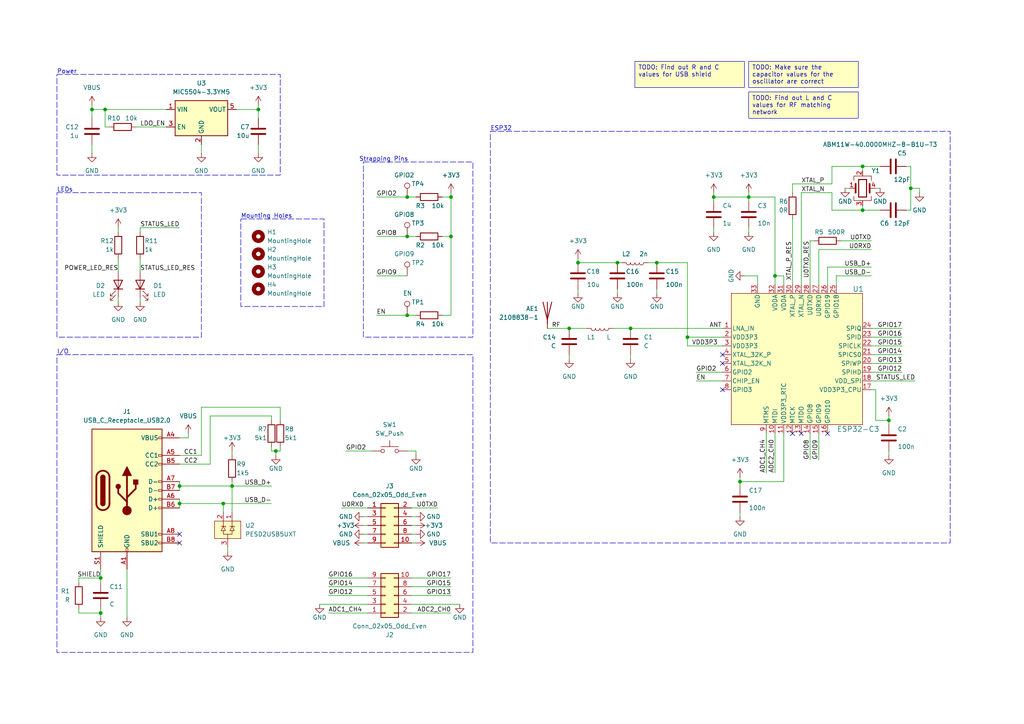
<source format=kicad_sch>
(kicad_sch (version 20230121) (generator eeschema)
  (paper "A4")
  (lib_symbols
    (symbol "Connector:TestPoint" (pin_numbers hide) (pin_names (offset 0.762) hide)
      (property "Reference" "TP" (at 0 6.858 0))
      (property "Value" "TestPoint" (at 0 5.08 0))
      (symbol "TestPoint_0_1"
        (circle (center 0 3.302) (radius 0.762))
      )
      (symbol "TestPoint_1_1"
        (pin passive line (at 0 0 90) (length 2.54) (name "1") (number "1"))
      )
    )
    (symbol "Connector:USB_C_Receptacle_USB2.0" (pin_names (offset 1.016))
      (property "Reference" "J" (at -10.16 19.05 0))
      (property "Value" "USB_C_Receptacle_USB2.0" (at 19.05 19.05 0))
      (symbol "USB_C_Receptacle_USB2.0_0_0"
        (rectangle (start -0.254 -17.78) (end 0.254 -16.764))
        (rectangle (start 10.16 -14.986) (end 9.144 -15.494))
        (rectangle (start 10.16 -12.446) (end 9.144 -12.954))
        (rectangle (start 10.16 -4.826) (end 9.144 -5.334))
        (rectangle (start 10.16 -2.286) (end 9.144 -2.794))
        (rectangle (start 10.16 0.254) (end 9.144 -0.254))
        (rectangle (start 10.16 2.794) (end 9.144 2.286))
        (rectangle (start 10.16 7.874) (end 9.144 7.366))
        (rectangle (start 10.16 10.414) (end 9.144 9.906))
        (rectangle (start 10.16 15.494) (end 9.144 14.986))
      )
      (symbol "USB_C_Receptacle_USB2.0_0_1"
        (rectangle (start -10.16 17.78) (end 10.16 -17.78) (stroke (width 0.254)) (fill (type background)))
        (arc (start -8.89 -3.81) (mid -6.985 -5.7067) (end -5.08 -3.81) (stroke (width 0.508)))
        (arc (start -7.62 -3.81) (mid -6.985 -4.4423) (end -6.35 -3.81) (stroke (width 0.254)))
        (arc (start -7.62 -3.81) (mid -6.985 -4.4423) (end -6.35 -3.81) (stroke (width 0.254)) (fill (type outline)))
        (rectangle (start -7.62 -3.81) (end -6.35 3.81) (stroke (width 0.254)) (fill (type outline)))
        (arc (start -6.35 3.81) (mid -6.985 4.4423) (end -7.62 3.81) (stroke (width 0.254)))
        (arc (start -6.35 3.81) (mid -6.985 4.4423) (end -7.62 3.81) (stroke (width 0.254)) (fill (type outline)))
        (arc (start -5.08 3.81) (mid -6.985 5.7067) (end -8.89 3.81) (stroke (width 0.508)))
        (circle (center -2.54 1.143) (radius 0.635) (stroke (width 0.254)) (fill (type outline)))
        (circle (center 0 -5.842) (radius 1.27) (fill (type outline)))
        (polyline (pts (xy -8.89 -3.81) (xy -8.89 3.81)) (stroke (width 0.508)))
        (polyline (pts (xy -5.08 3.81) (xy -5.08 -3.81)) (stroke (width 0.508)))
        (polyline (pts (xy 0 -5.842) (xy 0 4.318)) (stroke (width 0.508)))
        (polyline (pts (xy 0 -3.302) (xy -2.54 -0.762) (xy -2.54 0.508)) (stroke (width 0.508)))
        (polyline (pts (xy 0 -2.032) (xy 2.54 0.508) (xy 2.54 1.778)) (stroke (width 0.508)))
        (polyline (pts (xy -1.27 4.318) (xy 0 6.858) (xy 1.27 4.318) (xy -1.27 4.318)) (stroke (width 0.254)) (fill (type outline)))
        (rectangle (start 1.905 1.778) (end 3.175 3.048) (stroke (width 0.254)) (fill (type outline)))
      )
      (symbol "USB_C_Receptacle_USB2.0_1_1"
        (pin passive line (at 0 -22.86 90) (length 5.08) (name "GND") (number "A1"))
        (pin passive line (at 0 -22.86 90) (length 5.08) hide (name "GND") (number "A12"))
        (pin passive line (at 15.24 15.24 180) (length 5.08) (name "VBUS") (number "A4"))
        (pin bidirectional line (at 15.24 10.16 180) (length 5.08) (name "CC1") (number "A5"))
        (pin bidirectional line (at 15.24 -2.54 180) (length 5.08) (name "D+") (number "A6"))
        (pin bidirectional line (at 15.24 2.54 180) (length 5.08) (name "D-") (number "A7"))
        (pin bidirectional line (at 15.24 -12.7 180) (length 5.08) (name "SBU1") (number "A8"))
        (pin passive line (at 15.24 15.24 180) (length 5.08) hide (name "VBUS") (number "A9"))
        (pin passive line (at 0 -22.86 90) (length 5.08) hide (name "GND") (number "B1"))
        (pin passive line (at 0 -22.86 90) (length 5.08) hide (name "GND") (number "B12"))
        (pin passive line (at 15.24 15.24 180) (length 5.08) hide (name "VBUS") (number "B4"))
        (pin bidirectional line (at 15.24 7.62 180) (length 5.08) (name "CC2") (number "B5"))
        (pin bidirectional line (at 15.24 -5.08 180) (length 5.08) (name "D+") (number "B6"))
        (pin bidirectional line (at 15.24 0 180) (length 5.08) (name "D-") (number "B7"))
        (pin bidirectional line (at 15.24 -15.24 180) (length 5.08) (name "SBU2") (number "B8"))
        (pin passive line (at 15.24 15.24 180) (length 5.08) hide (name "VBUS") (number "B9"))
        (pin passive line (at -7.62 -22.86 90) (length 5.08) (name "SHIELD") (number "S1"))
      )
    )
    (symbol "Connector_Generic:Conn_02x05_Odd_Even" (pin_names (offset 1.016) hide)
      (property "Reference" "J" (at 1.27 7.62 0))
      (property "Value" "Conn_02x05_Odd_Even" (at 1.27 -7.62 0))
      (symbol "Conn_02x05_Odd_Even_1_1"
        (rectangle (start -1.27 -4.953) (end 0 -5.207) (stroke (width 0.1524)))
        (rectangle (start -1.27 -2.413) (end 0 -2.667) (stroke (width 0.1524)))
        (rectangle (start -1.27 0.127) (end 0 -0.127) (stroke (width 0.1524)))
        (rectangle (start -1.27 2.667) (end 0 2.413) (stroke (width 0.1524)))
        (rectangle (start -1.27 5.207) (end 0 4.953) (stroke (width 0.1524)))
        (rectangle (start -1.27 6.35) (end 3.81 -6.35) (stroke (width 0.254)) (fill (type background)))
        (rectangle (start 3.81 -4.953) (end 2.54 -5.207) (stroke (width 0.1524)))
        (rectangle (start 3.81 -2.413) (end 2.54 -2.667) (stroke (width 0.1524)))
        (rectangle (start 3.81 0.127) (end 2.54 -0.127) (stroke (width 0.1524)))
        (rectangle (start 3.81 2.667) (end 2.54 2.413) (stroke (width 0.1524)))
        (rectangle (start 3.81 5.207) (end 2.54 4.953) (stroke (width 0.1524)))
        (pin passive line (at -5.08 5.08 0) (length 3.81) (name "Pin_1") (number "1"))
        (pin passive line (at 7.62 -5.08 180) (length 3.81) (name "Pin_10") (number "10"))
        (pin passive line (at 7.62 5.08 180) (length 3.81) (name "Pin_2") (number "2"))
        (pin passive line (at -5.08 2.54 0) (length 3.81) (name "Pin_3") (number "3"))
        (pin passive line (at 7.62 2.54 180) (length 3.81) (name "Pin_4") (number "4"))
        (pin passive line (at -5.08 0 0) (length 3.81) (name "Pin_5") (number "5"))
        (pin passive line (at 7.62 0 180) (length 3.81) (name "Pin_6") (number "6"))
        (pin passive line (at -5.08 -2.54 0) (length 3.81) (name "Pin_7") (number "7"))
        (pin passive line (at 7.62 -2.54 180) (length 3.81) (name "Pin_8") (number "8"))
        (pin passive line (at -5.08 -5.08 0) (length 3.81) (name "Pin_9") (number "9"))
      )
    )
    (symbol "Device:Antenna" (pin_numbers hide) (pin_names (offset 1.016) hide)
      (property "Reference" "AE" (at -1.905 1.905 0))
      (property "Value" "Antenna" (at -1.905 0 0))
      (symbol "Antenna_0_1"
        (polyline (pts (xy 0 2.54) (xy 0 -3.81)) (stroke (width 0.254)))
        (polyline (pts (xy 1.27 2.54) (xy 0 -2.54) (xy -1.27 2.54)) (stroke (width 0.254)))
      )
      (symbol "Antenna_1_1"
        (pin input line (at 0 -5.08 90) (length 2.54) (name "A") (number "1"))
      )
    )
    (symbol "Device:C" (pin_numbers hide) (pin_names (offset 0.254))
      (property "Reference" "C" (at 0.635 2.54 0))
      (property "Value" "C" (at 0.635 -2.54 0))
      (symbol "C_0_1"
        (polyline (pts (xy -2.032 -0.762) (xy 2.032 -0.762)) (stroke (width 0.508)))
        (polyline (pts (xy -2.032 0.762) (xy 2.032 0.762)) (stroke (width 0.508)))
      )
      (symbol "C_1_1"
        (pin passive line (at 0 3.81 270) (length 2.794) (name "~") (number "1"))
        (pin passive line (at 0 -3.81 90) (length 2.794) (name "~") (number "2"))
      )
    )
    (symbol "Device:Crystal_GND23" (pin_names (offset 1.016) hide)
      (property "Reference" "Y" (at 3.175 5.08 0))
      (property "Value" "Crystal_GND23" (at 3.175 3.175 0))
      (symbol "Crystal_GND23_0_1"
        (rectangle (start -1.143 2.54) (end 1.143 -2.54) (stroke (width 0.3048)))
        (polyline (pts (xy -2.54 0) (xy -2.032 0)))
        (polyline (pts (xy -2.032 -1.27) (xy -2.032 1.27)) (stroke (width 0.508)))
        (polyline (pts (xy 0 -3.81) (xy 0 -3.556)))
        (polyline (pts (xy 0 3.556) (xy 0 3.81)))
        (polyline (pts (xy 2.032 -1.27) (xy 2.032 1.27)) (stroke (width 0.508)))
        (polyline (pts (xy 2.032 0) (xy 2.54 0)))
        (polyline (pts (xy -2.54 -2.286) (xy -2.54 -3.556) (xy 2.54 -3.556) (xy 2.54 -2.286)))
        (polyline (pts (xy -2.54 2.286) (xy -2.54 3.556) (xy 2.54 3.556) (xy 2.54 2.286)))
      )
      (symbol "Crystal_GND23_1_1"
        (pin passive line (at -3.81 0 0) (length 1.27) (name "1") (number "1"))
        (pin passive line (at 0 5.08 270) (length 1.27) (name "2") (number "2"))
        (pin passive line (at 0 -5.08 90) (length 1.27) (name "3") (number "3"))
        (pin passive line (at 3.81 0 180) (length 1.27) (name "4") (number "4"))
      )
    )
    (symbol "Device:L" (pin_numbers hide) (pin_names (offset 1.016) hide)
      (property "Reference" "L" (at -1.27 0 90))
      (property "Value" "L" (at 1.905 0 90))
      (symbol "L_0_1"
        (arc (start 0 -2.54) (mid 0.6323 -1.905) (end 0 -1.27))
        (arc (start 0 -1.27) (mid 0.6323 -0.635) (end 0 0))
        (arc (start 0 0) (mid 0.6323 0.635) (end 0 1.27))
        (arc (start 0 1.27) (mid 0.6323 1.905) (end 0 2.54))
      )
      (symbol "L_1_1"
        (pin passive line (at 0 3.81 270) (length 1.27) (name "1") (number "1"))
        (pin passive line (at 0 -3.81 90) (length 1.27) (name "2") (number "2"))
      )
    )
    (symbol "Device:LED" (pin_numbers hide) (pin_names (offset 1.016) hide)
      (property "Reference" "D" (at 0 2.54 0))
      (property "Value" "LED" (at 0 -2.54 0))
      (symbol "LED_0_1"
        (polyline (pts (xy -1.27 -1.27) (xy -1.27 1.27)) (stroke (width 0.254)))
        (polyline (pts (xy -1.27 0) (xy 1.27 0)))
        (polyline (pts (xy 1.27 -1.27) (xy 1.27 1.27) (xy -1.27 0) (xy 1.27 -1.27)) (stroke (width 0.254)))
        (polyline (pts (xy -3.048 -0.762) (xy -4.572 -2.286) (xy -3.81 -2.286) (xy -4.572 -2.286) (xy -4.572 -1.524)))
        (polyline (pts (xy -1.778 -0.762) (xy -3.302 -2.286) (xy -2.54 -2.286) (xy -3.302 -2.286) (xy -3.302 -1.524)))
      )
      (symbol "LED_1_1"
        (pin passive line (at -3.81 0 0) (length 2.54) (name "K") (number "1"))
        (pin passive line (at 3.81 0 180) (length 2.54) (name "A") (number "2"))
      )
    )
    (symbol "Device:R" (pin_numbers hide) (pin_names (offset 0))
      (property "Reference" "R" (at 2.032 0 90))
      (property "Value" "R" (at 0 0 90))
      (symbol "R_0_1"
        (rectangle (start -1.016 -2.54) (end 1.016 2.54) (stroke (width 0.254)))
      )
      (symbol "R_1_1"
        (pin passive line (at 0 3.81 270) (length 1.27) (name "~") (number "1"))
        (pin passive line (at 0 -3.81 90) (length 1.27) (name "~") (number "2"))
      )
    )
    (symbol "Mechanical:MountingHole" (pin_names (offset 1.016))
      (property "Reference" "H" (at 0 5.08 0))
      (property "Value" "MountingHole" (at 0 3.175 0))
      (symbol "MountingHole_0_1"
        (circle (center 0 0) (radius 1.27) (stroke (width 1.27)))
      )
    )
    (symbol "Regulator_Linear:MIC5504-3.3YM5"
      (property "Reference" "U" (at -7.62 8.89 0))
      (property "Value" "MIC5504-3.3YM5" (at -7.62 6.35 0))
      (symbol "MIC5504-3.3YM5_0_1"
        (rectangle (start -7.62 -5.08) (end 7.62 5.08) (stroke (width 0.254)) (fill (type background)))
      )
      (symbol "MIC5504-3.3YM5_1_1"
        (pin power_in line (at -10.16 2.54 0) (length 2.54) (name "VIN") (number "1"))
        (pin power_in line (at 0 -7.62 90) (length 2.54) (name "GND") (number "2"))
        (pin input line (at -10.16 -2.54 0) (length 2.54) (name "EN") (number "3"))
        (pin no_connect line (at 7.62 -2.54 180) (length 2.54) hide (name "NC") (number "4"))
        (pin power_out line (at 10.16 2.54 180) (length 2.54) (name "VOUT") (number "5"))
      )
    )
    (symbol "Switch:SW_Push" (pin_numbers hide) (pin_names (offset 1.016) hide)
      (property "Reference" "SW" (at 1.27 2.54 0))
      (property "Value" "SW_Push" (at 0 -1.524 0))
      (symbol "SW_Push_0_1"
        (circle (center -2.032 0) (radius 0.508))
        (polyline (pts (xy 0 1.27) (xy 0 3.048)))
        (polyline (pts (xy 2.54 1.27) (xy -2.54 1.27)))
        (circle (center 2.032 0) (radius 0.508))
        (pin passive line (at -5.08 0 0) (length 2.54) (name "1") (number "1"))
        (pin passive line (at 5.08 0 180) (length 2.54) (name "2") (number "2"))
      )
    )
    (symbol "encyclopedia_galactica:ESP32-C3" (pin_names (offset 0.254))
      (property "Reference" "U" (at 0 43.18 0))
      (property "Value" "ESP32-C3" (at 0 40.64 0))
      (symbol "ESP32-C3_0_1"
        (pin bidirectional line (at -21.59 8.89 0) (length 2.54) (name "LNA_IN") (number "1"))
        (pin bidirectional line (at -6.35 -21.59 90) (length 2.54) (name "MTDI") (number "10"))
        (pin power_in line (at -3.81 -21.59 90) (length 2.54) (name "VDD3P3_RTC") (number "11"))
        (pin bidirectional line (at -1.27 -21.59 90) (length 2.54) (name "MTCK") (number "12"))
        (pin bidirectional line (at 1.27 -21.59 90) (length 2.54) (name "MTDO") (number "13"))
        (pin bidirectional line (at 3.81 -21.59 90) (length 2.54) (name "GPIO8") (number "14"))
        (pin bidirectional line (at 6.35 -21.59 90) (length 2.54) (name "GPIO9") (number "15"))
        (pin bidirectional line (at 8.89 -21.59 90) (length 2.54) (name "GPIO10") (number "16"))
        (pin power_in line (at 21.59 -8.89 180) (length 2.54) (name "VDD3P3_CPU") (number "17"))
        (pin power_in line (at 21.59 -6.35 180) (length 2.54) (name "VDD_SPI") (number "18"))
        (pin bidirectional line (at 21.59 -3.81 180) (length 2.54) (name "SPIHD") (number "19"))
        (pin power_in line (at -21.59 6.35 0) (length 2.54) (name "VDD3P3") (number "2"))
        (pin bidirectional line (at 21.59 -1.27 180) (length 2.54) (name "SPIWP") (number "20"))
        (pin bidirectional line (at 21.59 1.27 180) (length 2.54) (name "SPICS0") (number "21"))
        (pin bidirectional line (at 21.59 3.81 180) (length 2.54) (name "SPICLK") (number "22"))
        (pin bidirectional line (at 21.59 6.35 180) (length 2.54) (name "SPID") (number "23"))
        (pin bidirectional line (at 21.59 8.89 180) (length 2.54) (name "SPIQ") (number "24"))
        (pin bidirectional line (at 11.43 21.59 270) (length 2.54) (name "GPIO18") (number "25"))
        (pin bidirectional line (at 8.89 21.59 270) (length 2.54) (name "GPIO19") (number "26"))
        (pin bidirectional line (at 6.35 21.59 270) (length 2.54) (name "U0RXD") (number "27"))
        (pin bidirectional line (at 3.81 21.59 270) (length 2.54) (name "U0TXD") (number "28"))
        (pin output line (at 1.27 21.59 270) (length 2.54) (name "XTAL_N") (number "29"))
        (pin power_in line (at -21.59 3.81 0) (length 2.54) (name "VDD3P3") (number "3"))
        (pin input line (at -1.27 21.59 270) (length 2.54) (name "XTAL_P") (number "30"))
        (pin power_in line (at -3.81 21.59 270) (length 2.54) (name "VDDA") (number "31"))
        (pin power_in line (at -6.35 21.59 270) (length 2.54) (name "VDDA") (number "32"))
        (pin power_out line (at -11.43 21.59 270) (length 2.54) (name "GND") (number "33"))
        (pin bidirectional line (at -21.59 1.27 0) (length 2.54) (name "XTAL_32K_P") (number "4"))
        (pin bidirectional line (at -21.59 -1.27 0) (length 2.54) (name "XTAL_32K_N") (number "5"))
        (pin bidirectional line (at -21.59 -3.81 0) (length 2.54) (name "GPIO2") (number "6"))
        (pin input line (at -21.59 -6.35 0) (length 2.54) (name "CHIP_EN") (number "7"))
        (pin bidirectional line (at -21.59 -8.89 0) (length 2.54) (name "GPIO3") (number "8"))
        (pin bidirectional line (at -8.89 -21.59 90) (length 2.54) (name "MTMS") (number "9"))
      )
      (symbol "ESP32-C3_1_1"
        (rectangle (start -19.05 19.05) (end 19.05 -19.05) (fill (type background)))
      )
    )
    (symbol "encyclopedia_galactica:PESD2USB5UXT"
      (property "Reference" "U" (at 0 24.13 0))
      (property "Value" "PESD2USB5UXT" (at 0 21.59 0))
      (symbol "PESD2USB5UXT_1_1"
        (rectangle (start -3.81 2.54) (end 3.81 -2.54) (fill (type background)))
        (polyline (pts (xy -1.905 1.016) (xy -0.635 1.016)))
        (polyline (pts (xy -1.27 1.016) (xy -1.27 2.54)))
        (polyline (pts (xy -0.635 1.016) (xy -0.635 0.762)))
        (polyline (pts (xy 0 -1.27) (xy 0 -2.54)))
        (polyline (pts (xy 0.635 1.016) (xy 1.905 1.016)))
        (polyline (pts (xy 1.27 1.016) (xy 1.27 2.54)))
        (polyline (pts (xy 1.905 1.016) (xy 1.905 0.762)))
        (polyline (pts (xy -1.905 -0.254) (xy -1.27 1.016) (xy -0.635 -0.254) (xy -1.905 -0.254)))
        (polyline (pts (xy -1.27 -0.254) (xy -1.27 -1.27) (xy 1.27 -1.27) (xy 1.27 -0.254)))
        (polyline (pts (xy 0.635 -0.254) (xy 1.27 1.016) (xy 1.905 -0.254) (xy 0.635 -0.254)))
        (pin open_collector line (at 1.27 5.08 270) (length 2.54) (name "") (number "1"))
        (pin open_collector line (at -1.27 5.08 270) (length 2.54) (name "") (number "2"))
        (pin power_out line (at 0 -5.08 90) (length 2.54) (name "") (number "3"))
      )
    )
    (symbol "power:+3V3" (power) (pin_names (offset 0))
      (property "Value" "+3V3" (at 0 3.556 0))
      (symbol "+3V3_0_1"
        (polyline (pts (xy -0.762 1.27) (xy 0 2.54)))
        (polyline (pts (xy 0 0) (xy 0 2.54)))
        (polyline (pts (xy 0 2.54) (xy 0.762 1.27)))
      )
      (symbol "+3V3_1_1"
        (pin power_in line (at 0 0 90) (length 0) hide (name "+3V3") (number "1"))
      )
    )
    (symbol "power:GND" (power) (pin_names (offset 0))
      (property "Value" "GND" (at 0 -3.81 0))
      (symbol "GND_0_1"
        (polyline (pts (xy 0 0) (xy 0 -1.27) (xy 1.27 -1.27) (xy 0 -2.54) (xy -1.27 -1.27) (xy 0 -1.27)))
      )
      (symbol "GND_1_1"
        (pin power_in line (at 0 0 270) (length 0) hide (name "GND") (number "1"))
      )
    )
    (symbol "power:VBUS" (power) (pin_names (offset 0))
      (property "Value" "VBUS" (at 0 3.81 0))
      (symbol "VBUS_0_1"
        (polyline (pts (xy -0.762 1.27) (xy 0 2.54)))
        (polyline (pts (xy 0 0) (xy 0 2.54)))
        (polyline (pts (xy 0 2.54) (xy 0.762 1.27)))
      )
      (symbol "VBUS_1_1"
        (pin power_in line (at 0 0 90) (length 0) hide (name "VBUS") (number "1"))
      )
    )
  )
  (junction (at 26.67 31.75))
  (junction (at 64.77 146.05))
  (junction (at 182.88 95.25))
  (junction (at 224.79 80.01))
  (junction (at 167.64 76.2))
  (junction (at 118.11 68.58))
  (junction (at 130.81 57.15))
  (junction (at 74.93 31.75))
  (junction (at 207.01 57.15))
  (junction (at 179.07 76.2))
  (junction (at 29.21 167.64))
  (junction (at 214.63 139.7))
  (junction (at 217.17 57.15))
  (junction (at 30.48 31.75))
  (junction (at 80.01 130.81))
  (junction (at 118.11 57.15))
  (junction (at 67.31 140.97))
  (junction (at 52.07 146.05))
  (junction (at 118.11 91.44))
  (junction (at 190.5 76.2))
  (junction (at 257.81 121.92))
  (junction (at 264.16 54.61))
  (junction (at 130.81 68.58))
  (junction (at 250.19 48.26))
  (junction (at 29.21 177.8))
  (junction (at 199.39 97.79))
  (junction (at 52.07 140.97))
  (junction (at 165.1 95.25))
  (junction (at 250.19 60.96))
  (no_connect (at 240.03 125.73))
  (no_connect (at 209.55 113.03))
  (no_connect (at 209.55 102.87))
  (no_connect (at 52.07 154.94))
  (no_connect (at 229.87 125.73))
  (no_connect (at 52.07 157.48))
  (no_connect (at 232.41 125.73))
  (no_connect (at 209.55 105.41))
  (wire (pts (xy 52.07 144.78) (xy 52.07 146.05)))
  (wire (pts (xy 30.48 31.75) (xy 48.26 31.75)))
  (wire (pts (xy 252.73 95.25) (xy 261.62 95.25)))
  (wire (pts (xy 66.04 158.75) (xy 66.04 160.02)))
  (wire (pts (xy 40.64 86.36) (xy 40.64 87.63)))
  (wire (pts (xy 234.95 69.85) (xy 234.95 82.55)))
  (wire (pts (xy 118.11 57.15) (xy 109.22 57.15)))
  (wire (pts (xy 201.93 107.95) (xy 209.55 107.95)))
  (wire (pts (xy 52.07 146.05) (xy 64.77 146.05)))
  (wire (pts (xy 64.77 146.05) (xy 64.77 148.59)))
  (wire (pts (xy 266.7 54.61) (xy 264.16 54.61)))
  (wire (pts (xy 22.86 168.91) (xy 22.86 167.64)))
  (wire (pts (xy 127 147.32) (xy 119.38 147.32)))
  (wire (pts (xy 217.17 66.04) (xy 217.17 67.31)))
  (wire (pts (xy 252.73 100.33) (xy 261.62 100.33)))
  (wire (pts (xy 167.64 76.2) (xy 179.07 76.2)))
  (wire (pts (xy 118.11 130.81) (xy 120.65 130.81)))
  (wire (pts (xy 29.21 165.1) (xy 29.21 167.64)))
  (wire (pts (xy 229.87 53.34) (xy 241.3 53.34)))
  (wire (pts (xy 252.73 97.79) (xy 261.62 97.79)))
  (wire (pts (xy 120.65 57.15) (xy 118.11 57.15)))
  (wire (pts (xy 52.07 139.7) (xy 52.07 140.97)))
  (wire (pts (xy 252.73 72.39) (xy 237.49 72.39)))
  (wire (pts (xy 224.79 57.15) (xy 224.79 80.01)))
  (wire (pts (xy 250.19 48.26) (xy 250.19 49.53)))
  (wire (pts (xy 254 121.92) (xy 254 113.03)))
  (wire (pts (xy 241.3 60.96) (xy 241.3 55.88)))
  (wire (pts (xy 240.03 77.47) (xy 240.03 82.55)))
  (wire (pts (xy 119.38 170.18) (xy 130.81 170.18)))
  (wire (pts (xy 52.07 66.04) (xy 40.64 66.04)))
  (wire (pts (xy 36.83 165.1) (xy 36.83 179.07)))
  (wire (pts (xy 26.67 31.75) (xy 30.48 31.75)))
  (wire (pts (xy 54.61 127) (xy 54.61 125.73)))
  (wire (pts (xy 52.07 146.05) (xy 52.07 147.32)))
  (wire (pts (xy 52.07 132.08) (xy 58.42 132.08)))
  (wire (pts (xy 246.38 54.61) (xy 245.11 54.61)))
  (wire (pts (xy 179.07 83.82) (xy 179.07 85.09)))
  (wire (pts (xy 232.41 55.88) (xy 232.41 82.55)))
  (wire (pts (xy 99.06 147.32) (xy 106.68 147.32)))
  (wire (pts (xy 81.28 129.54) (xy 81.28 130.81)))
  (wire (pts (xy 105.41 152.4) (xy 106.68 152.4)))
  (wire (pts (xy 67.31 139.7) (xy 67.31 140.97)))
  (wire (pts (xy 182.88 95.25) (xy 209.55 95.25)))
  (wire (pts (xy 78.74 120.65) (xy 78.74 121.92)))
  (wire (pts (xy 214.63 139.7) (xy 214.63 138.43)))
  (wire (pts (xy 119.38 172.72) (xy 130.81 172.72)))
  (wire (pts (xy 29.21 177.8) (xy 29.21 176.53)))
  (wire (pts (xy 257.81 120.65) (xy 257.81 121.92)))
  (wire (pts (xy 119.38 177.8) (xy 130.81 177.8)))
  (wire (pts (xy 167.64 83.82) (xy 167.64 85.09)))
  (wire (pts (xy 242.57 80.01) (xy 252.73 80.01)))
  (wire (pts (xy 34.29 66.04) (xy 34.29 67.31)))
  (wire (pts (xy 39.37 36.83) (xy 48.26 36.83)))
  (wire (pts (xy 67.31 140.97) (xy 78.74 140.97)))
  (wire (pts (xy 118.11 68.58) (xy 109.22 68.58)))
  (wire (pts (xy 224.79 125.73) (xy 224.79 137.16)))
  (wire (pts (xy 52.07 140.97) (xy 67.31 140.97)))
  (wire (pts (xy 254 121.92) (xy 257.81 121.92)))
  (wire (pts (xy 207.01 55.88) (xy 207.01 57.15)))
  (wire (pts (xy 118.11 80.01) (xy 109.22 80.01)))
  (wire (pts (xy 224.79 80.01) (xy 227.33 80.01)))
  (wire (pts (xy 241.3 48.26) (xy 241.3 53.34)))
  (wire (pts (xy 232.41 55.88) (xy 241.3 55.88)))
  (wire (pts (xy 190.5 83.82) (xy 190.5 85.09)))
  (wire (pts (xy 105.41 157.48) (xy 106.68 157.48)))
  (wire (pts (xy 165.1 95.25) (xy 170.18 95.25)))
  (wire (pts (xy 255.27 60.96) (xy 250.19 60.96)))
  (wire (pts (xy 120.65 130.81) (xy 120.65 132.08)))
  (wire (pts (xy 130.81 91.44) (xy 128.27 91.44)))
  (wire (pts (xy 262.89 60.96) (xy 264.16 60.96)))
  (wire (pts (xy 201.93 110.49) (xy 209.55 110.49)))
  (wire (pts (xy 95.25 167.64) (xy 106.68 167.64)))
  (wire (pts (xy 119.38 157.48) (xy 120.65 157.48)))
  (wire (pts (xy 92.71 175.26) (xy 106.68 175.26)))
  (wire (pts (xy 31.75 36.83) (xy 30.48 36.83)))
  (wire (pts (xy 229.87 63.5) (xy 229.87 82.55)))
  (wire (pts (xy 257.81 130.81) (xy 257.81 132.08)))
  (wire (pts (xy 100.33 130.81) (xy 107.95 130.81)))
  (wire (pts (xy 199.39 76.2) (xy 190.5 76.2)))
  (wire (pts (xy 118.11 91.44) (xy 109.22 91.44)))
  (wire (pts (xy 242.57 80.01) (xy 242.57 82.55)))
  (wire (pts (xy 29.21 177.8) (xy 29.21 179.07)))
  (wire (pts (xy 264.16 48.26) (xy 262.89 48.26)))
  (wire (pts (xy 81.28 118.11) (xy 81.28 121.92)))
  (wire (pts (xy 67.31 130.81) (xy 67.31 132.08)))
  (wire (pts (xy 68.58 31.75) (xy 74.93 31.75)))
  (wire (pts (xy 229.87 53.34) (xy 229.87 55.88)))
  (wire (pts (xy 105.41 154.94) (xy 106.68 154.94)))
  (wire (pts (xy 40.64 74.93) (xy 40.64 78.74)))
  (wire (pts (xy 52.07 140.97) (xy 52.07 142.24)))
  (wire (pts (xy 80.01 130.81) (xy 80.01 132.08)))
  (wire (pts (xy 250.19 60.96) (xy 250.19 59.69)))
  (wire (pts (xy 67.31 140.97) (xy 67.31 148.59)))
  (wire (pts (xy 222.25 125.73) (xy 222.25 137.16)))
  (wire (pts (xy 34.29 74.93) (xy 34.29 78.74)))
  (wire (pts (xy 130.81 68.58) (xy 128.27 68.58)))
  (wire (pts (xy 207.01 57.15) (xy 217.17 57.15)))
  (wire (pts (xy 133.35 175.26) (xy 119.38 175.26)))
  (wire (pts (xy 187.96 76.2) (xy 190.5 76.2)))
  (wire (pts (xy 74.93 41.91) (xy 74.93 44.45)))
  (wire (pts (xy 237.49 125.73) (xy 237.49 133.35)))
  (wire (pts (xy 58.42 132.08) (xy 58.42 118.11)))
  (wire (pts (xy 214.63 139.7) (xy 227.33 139.7)))
  (wire (pts (xy 119.38 149.86) (xy 120.65 149.86)))
  (wire (pts (xy 252.73 105.41) (xy 261.62 105.41)))
  (wire (pts (xy 214.63 148.59) (xy 214.63 149.86)))
  (wire (pts (xy 58.42 118.11) (xy 81.28 118.11)))
  (wire (pts (xy 177.8 95.25) (xy 182.88 95.25)))
  (wire (pts (xy 74.93 30.48) (xy 74.93 31.75)))
  (wire (pts (xy 182.88 102.87) (xy 182.88 104.14)))
  (wire (pts (xy 119.38 152.4) (xy 120.65 152.4)))
  (wire (pts (xy 118.11 68.58) (xy 120.65 68.58)))
  (wire (pts (xy 254 113.03) (xy 252.73 113.03)))
  (wire (pts (xy 22.86 177.8) (xy 29.21 177.8)))
  (wire (pts (xy 243.84 69.85) (xy 252.73 69.85)))
  (wire (pts (xy 257.81 121.92) (xy 257.81 123.19)))
  (wire (pts (xy 234.95 125.73) (xy 234.95 133.35)))
  (wire (pts (xy 95.25 170.18) (xy 106.68 170.18)))
  (wire (pts (xy 22.86 176.53) (xy 22.86 177.8)))
  (wire (pts (xy 119.38 167.64) (xy 130.81 167.64)))
  (wire (pts (xy 217.17 57.15) (xy 224.79 57.15)))
  (wire (pts (xy 74.93 34.29) (xy 74.93 31.75)))
  (wire (pts (xy 105.41 149.86) (xy 106.68 149.86)))
  (wire (pts (xy 264.16 60.96) (xy 264.16 54.61)))
  (wire (pts (xy 22.86 167.64) (xy 29.21 167.64)))
  (wire (pts (xy 199.39 100.33) (xy 199.39 97.79)))
  (wire (pts (xy 130.81 57.15) (xy 130.81 68.58)))
  (wire (pts (xy 52.07 134.62) (xy 60.96 134.62)))
  (wire (pts (xy 179.07 76.2) (xy 180.34 76.2)))
  (wire (pts (xy 78.74 129.54) (xy 78.74 130.81)))
  (wire (pts (xy 26.67 30.48) (xy 26.67 31.75)))
  (wire (pts (xy 252.73 77.47) (xy 240.03 77.47)))
  (wire (pts (xy 64.77 146.05) (xy 78.74 146.05)))
  (wire (pts (xy 165.1 102.87) (xy 165.1 104.14)))
  (wire (pts (xy 252.73 102.87) (xy 261.62 102.87)))
  (wire (pts (xy 264.16 54.61) (xy 264.16 48.26)))
  (wire (pts (xy 29.21 167.64) (xy 29.21 168.91)))
  (wire (pts (xy 52.07 127) (xy 54.61 127)))
  (wire (pts (xy 217.17 55.88) (xy 217.17 57.15)))
  (wire (pts (xy 130.81 55.88) (xy 130.81 57.15)))
  (wire (pts (xy 227.33 80.01) (xy 227.33 82.55)))
  (wire (pts (xy 58.42 41.91) (xy 58.42 44.45)))
  (wire (pts (xy 241.3 60.96) (xy 250.19 60.96)))
  (wire (pts (xy 207.01 66.04) (xy 207.01 67.31)))
  (wire (pts (xy 130.81 57.15) (xy 128.27 57.15)))
  (wire (pts (xy 224.79 80.01) (xy 224.79 82.55)))
  (wire (pts (xy 214.63 140.97) (xy 214.63 139.7)))
  (wire (pts (xy 80.01 130.81) (xy 81.28 130.81)))
  (wire (pts (xy 217.17 57.15) (xy 217.17 58.42)))
  (wire (pts (xy 250.19 48.26) (xy 241.3 48.26)))
  (wire (pts (xy 266.7 55.88) (xy 266.7 54.61)))
  (wire (pts (xy 95.25 172.72) (xy 106.68 172.72)))
  (wire (pts (xy 255.27 48.26) (xy 250.19 48.26)))
  (wire (pts (xy 252.73 107.95) (xy 261.62 107.95)))
  (wire (pts (xy 120.65 91.44) (xy 118.11 91.44)))
  (wire (pts (xy 130.81 68.58) (xy 130.81 91.44)))
  (wire (pts (xy 78.74 130.81) (xy 80.01 130.81)))
  (wire (pts (xy 199.39 97.79) (xy 199.39 76.2)))
  (wire (pts (xy 119.38 154.94) (xy 120.65 154.94)))
  (wire (pts (xy 158.75 95.25) (xy 165.1 95.25)))
  (wire (pts (xy 252.73 110.49) (xy 265.43 110.49)))
  (wire (pts (xy 26.67 31.75) (xy 26.67 34.29)))
  (wire (pts (xy 60.96 134.62) (xy 60.96 120.65)))
  (wire (pts (xy 237.49 72.39) (xy 237.49 82.55)))
  (wire (pts (xy 95.25 177.8) (xy 106.68 177.8)))
  (wire (pts (xy 255.27 54.61) (xy 254 54.61)))
  (wire (pts (xy 26.67 41.91) (xy 26.67 44.45)))
  (wire (pts (xy 60.96 120.65) (xy 78.74 120.65)))
  (wire (pts (xy 199.39 97.79) (xy 209.55 97.79)))
  (wire (pts (xy 234.95 69.85) (xy 236.22 69.85)))
  (wire (pts (xy 40.64 66.04) (xy 40.64 67.31)))
  (wire (pts (xy 209.55 100.33) (xy 199.39 100.33)))
  (wire (pts (xy 219.71 80.01) (xy 219.71 82.55)))
  (wire (pts (xy 167.64 74.93) (xy 167.64 76.2)))
  (wire (pts (xy 30.48 36.83) (xy 30.48 31.75)))
  (wire (pts (xy 34.29 86.36) (xy 34.29 87.63)))
  (wire (pts (xy 207.01 57.15) (xy 207.01 58.42)))
  (wire (pts (xy 227.33 125.73) (xy 227.33 139.7)))
  (wire (pts (xy 215.9 80.01) (xy 219.71 80.01)))
  (rectangle (start 16.51 21.59) (end 81.28 50.8) (stroke (width 0) (type dash)))
  (rectangle (start 69.85 63.5) (end 93.98 88.9) (stroke (width 0) (type dash)))
  (rectangle (start 105.41 46.99) (end 137.16 97.79) (stroke (width 0) (type dash)))
  (rectangle (start 16.51 102.87) (end 137.16 189.23) (stroke (width 0) (type dash)))
  (rectangle (start 16.51 55.88) (end 58.42 97.79) (stroke (width 0) (type dash)))
  (rectangle (start 142.24 38.1) (end 275.59 157.48) (stroke (width 0) (type dash)))
  (text_box "TODO: Find out L and C values for RF matching network" (at 217.17 26.67 0) (size 31.75 7.62) (fill (type color) (color 255 255 194 1)) (effects (font (size 1.27 1.27)) (justify left top)))
  (text_box "TODO: Find out R and C values for USB shield" (at 184.15 17.78 0) (size 31.75 7.62) (fill (type color) (color 255 255 194 1)) (effects (font (size 1.27 1.27)) (justify left top)))
  (text_box "TODO: Make sure the capacitor values for the oscillator are correct" (at 217.17 17.78 0) (size 31.75 7.62) (fill (type color) (color 255 255 194 1)) (effects (font (size 1.27 1.27)) (justify left top)))
  (text "ESP32" (at 142.24 38.1 0) (effects (font (size 1.27 1.27)) (justify left bottom)))
  (text "I/O" (at 16.51 102.87 0) (effects (font (size 1.27 1.27)) (justify left bottom)))
  (text "Mounting Holes" (at 69.85 63.5 0) (effects (font (size 1.27 1.27)) (justify left bottom)))
  (text "Power" (at 16.51 21.59 0) (effects (font (size 1.27 1.27)) (justify left bottom)))
  (text "Strapping Pins" (at 104.14 46.99 0) (effects (font (size 1.27 1.27)) (justify left bottom)))
  (text "LEDs" (at 16.51 55.88 0) (effects (font (size 1.27 1.27)) (justify left bottom)))
  (label "ADC1_CH4" (at 222.25 137.16 90))
  (label "U0RXD" (at 99.06 147.32 0))
  (label "GPIO2" (at 100.33 130.81 0))
  (label "USB_D-" (at 78.74 146.05 180))
  (label "GPIO12" (at 95.25 172.72 0))
  (label "EN" (at 201.93 110.49 0))
  (label "GPIO16" (at 95.25 167.64 0))
  (label "GPIO13" (at 130.81 172.72 180))
  (label "USB_D+" (at 78.74 140.97 180))
  (label "SHIELD" (at 29.21 167.64 180))
  (label "ADC1_CH4" (at 95.25 177.8 0))
  (label "USB_D+" (at 252.73 77.47 180))
  (label "GPIO2" (at 109.22 57.15 0))
  (label "LDO_EN" (at 40.64 36.83 0))
  (label "GPIO14" (at 261.62 102.87 180))
  (label "GPIO9" (at 237.49 133.35 90))
  (label "STATUS_LED" (at 265.43 110.49 180))
  (label "GPIO17" (at 261.62 95.25 180))
  (label "GPIO14" (at 95.25 170.18 0))
  (label "U0TXD" (at 127 147.32 180))
  (label "ADC2_CH0" (at 224.79 137.16 90))
  (label "STATUS_LED_RES" (at 40.64 78.74 0))
  (label "U0RXD" (at 252.73 72.39 180))
  (label "VDD3P3" (at 200.66 100.33 0))
  (label "ANT" (at 205.74 95.25 0))
  (label "CC1" (at 53.34 132.08 0))
  (label "USB_D-" (at 252.73 80.01 180))
  (label "GPIO12" (at 261.62 107.95 180))
  (label "XTAL_P" (at 232.41 53.34 0))
  (label "U0TXD" (at 252.73 69.85 180))
  (label "GPIO9" (at 109.22 80.01 0))
  (label "XTAL_P_RES" (at 229.87 81.28 90))
  (label "GPIO15" (at 130.81 170.18 180))
  (label "XTAL_N" (at 232.41 55.88 0))
  (label "GPIO16" (at 261.62 97.79 180))
  (label "RF" (at 160.02 95.25 0))
  (label "U0TXD_RES" (at 234.95 69.85 270))
  (label "EN" (at 109.22 91.44 0))
  (label "GPIO8" (at 109.22 68.58 0))
  (label "GPIO13" (at 261.62 105.41 180))
  (label "GPIO17" (at 130.81 167.64 180))
  (label "GPIO2" (at 201.93 107.95 0))
  (label "ADC2_CH0" (at 130.81 177.8 180))
  (label "STATUS_LED" (at 52.07 66.04 180))
  (label "CC2" (at 53.34 134.62 0))
  (label "POWER_LED_RES" (at 34.29 78.74 180))
  (label "GPIO15" (at 261.62 100.33 180))
  (label "GPIO8" (at 234.95 133.35 90))
  (symbol (lib_id "power:GND") (at 245.11 54.61 0) (mirror y) (unit 1)
    (property "Reference" "#PWR03" (effects hide))
    (property "Value" "GND" (at 245.11 58.42 0))
  )
  (symbol (lib_id "Connector:USB_C_Receptacle_USB2.0") (at 36.83 142.24 0) (unit 1)
    (property "Reference" "J1" (at 36.83 119.38 0))
    (property "Value" "USB_C_Receptacle_USB2.0" (at 36.83 121.92 0))
    (property "Footprint" "Connector_USB:USB_C_Receptacle_GCT_USB4105-xx-A_16P_TopMnt_Horizontal" (effects hide))
    (property "Datasheet" "https://www.usb.org/sites/default/files/documents/usb_type-c.zip" (effects hide))
  )
  (symbol (lib_id "Device:LED") (at 34.29 82.55 270) (mirror x) (unit 1)
    (property "Reference" "D2" (at 30.48 82.8675 90) (effects (justify right)))
    (property "Value" "LED" (at 30.48 85.4075 90) (effects (justify right)))
    (property "Footprint" "LED_SMD:LED_0603_1608Metric" (effects hide))
  )
  (symbol (lib_id "power:+3V3") (at 34.29 66.04 0) (mirror y) (unit 1)
    (property "Reference" "#PWR044" (effects hide))
    (property "Value" "+3V3" (at 34.29 60.96 0))
  )
  (symbol (lib_id "Device:R") (at 229.87 59.69 0) (mirror y) (unit 1)
    (property "Reference" "R6" (at 228.6 58.42 0) (effects (justify left)))
    (property "Value" "0R" (at 228.6 60.96 0) (effects (justify left)))
    (property "Footprint" "Resistor_SMD:R_0402_1005Metric" (effects hide))
  )
  (symbol (lib_id "power:+3V3") (at 67.31 130.81 0) (unit 1)
    (property "Reference" "#PWR038" (effects hide))
    (property "Value" "+3V3" (at 67.31 127 0))
  )
  (symbol (lib_id "Device:R") (at 124.46 91.44 270) (mirror x) (unit 1)
    (property "Reference" "R4" (at 121.92 93.98 90))
    (property "Value" "10k" (at 127 93.98 90))
    (property "Footprint" "Resistor_SMD:R_0402_1005Metric" (effects hide))
  )
  (symbol (lib_id "power:GND") (at 207.01 67.31 0) (unit 1)
    (property "Reference" "#PWR023" (effects hide))
    (property "Value" "GND" (at 207.01 72.39 0))
  )
  (symbol (lib_id "power:GND") (at 74.93 44.45 0) (unit 1)
    (property "Reference" "#PWR039" (effects hide))
    (property "Value" "GND" (at 74.93 49.53 0))
  )
  (symbol (lib_id "power:VBUS") (at 105.41 157.48 90) (unit 1)
    (property "Reference" "#PWR032" (effects hide))
    (property "Value" "VBUS" (at 101.6 157.48 90) (effects (justify left)))
  )
  (symbol (lib_id "Device:R") (at 22.86 172.72 0) (unit 1)
    (property "Reference" "R1" (at 20.32 171.45 0) (effects (justify right)))
    (property "Value" "R" (at 20.32 173.99 0) (effects (justify right)))
    (property "Footprint" "Resistor_SMD:R_0402_1005Metric" (effects hide))
  )
  (symbol (lib_id "power:GND") (at 105.41 154.94 270) (unit 1)
    (property "Reference" "#PWR030" (effects hide))
    (property "Value" "GND" (at 100.33 154.94 90))
  )
  (symbol (lib_id "Mechanical:MountingHole") (at 74.93 78.74 0) (unit 1)
    (property "Reference" "H3" (at 77.47 77.47 0) (effects (justify left)))
    (property "Value" "MountingHole" (at 77.47 80.01 0) (effects (justify left)))
    (property "Footprint" "MountingHole:MountingHole_2.2mm_M2" (effects hide))
  )
  (symbol (lib_id "encyclopedia_galactica:PESD2USB5UXT") (at 66.04 153.67 0) (unit 1)
    (property "Reference" "U2" (at 71.12 152.4 0) (effects (justify left)))
    (property "Value" "PESD2USB5UXT" (at 71.12 154.94 0) (effects (justify left)))
    (property "Footprint" "Package_TO_SOT_SMD:TSOT-23" (effects hide))
    (property "Datasheet" "https://assets.nexperia.com/documents/data-sheet/PESD2USB5UX-T.pdf" (effects hide))
  )
  (symbol (lib_id "power:GND") (at 179.07 85.09 0) (mirror y) (unit 1)
    (property "Reference" "#PWR018" (effects hide))
    (property "Value" "GND" (at 179.07 88.9 0))
  )
  (symbol (lib_id "Mechanical:MountingHole") (at 74.93 68.58 0) (unit 1)
    (property "Reference" "H1" (at 77.47 67.31 0) (effects (justify left)))
    (property "Value" "MountingHole" (at 77.47 69.85 0) (effects (justify left)))
    (property "Footprint" "MountingHole:MountingHole_2.2mm_M2" (effects hide))
  )
  (symbol (lib_id "Device:C") (at 167.64 80.01 0) (unit 1)
    (property "Reference" "C18" (at 173.99 78.74 0) (effects (justify right)))
    (property "Value" "10u" (at 173.99 82.55 0) (effects (justify right)))
    (property "Footprint" "Capacitor_SMD:C_0603_1608Metric" (effects hide))
  )
  (symbol (lib_id "Device:R") (at 78.74 125.73 0) (unit 1)
    (property "Reference" "R7" (at 77.47 124.46 0) (effects (justify right)))
    (property "Value" "5k1" (at 77.47 127 0) (effects (justify right)))
    (property "Footprint" "Resistor_SMD:R_0402_1005Metric" (effects hide))
  )
  (symbol (lib_id "power:+3V3") (at 217.17 55.88 0) (mirror y) (unit 1)
    (property "Reference" "#PWR04" (effects hide))
    (property "Value" "+3V3" (at 217.17 50.8 0))
  )
  (symbol (lib_id "power:GND") (at 58.42 44.45 0) (unit 1)
    (property "Reference" "#PWR016" (effects hide))
    (property "Value" "GND" (at 58.42 49.53 0))
  )
  (symbol (lib_id "power:+3V3") (at 207.01 55.88 0) (mirror y) (unit 1)
    (property "Reference" "#PWR022" (effects hide))
    (property "Value" "+3V3" (at 207.01 50.8 0))
  )
  (symbol (lib_id "Connector_Generic:Conn_02x05_Odd_Even") (at 111.76 152.4 0) (unit 1)
    (property "Reference" "J3" (at 113.03 140.97 0))
    (property "Value" "Conn_02x05_Odd_Even" (at 113.03 143.51 0))
    (property "Footprint" "Connector_PinHeader_2.54mm:PinHeader_2x05_P2.54mm_Vertical" (effects hide))
  )
  (symbol (lib_id "Device:C") (at 165.1 99.06 0) (unit 1)
    (property "Reference" "C14" (at 161.29 97.79 0) (effects (justify right)))
    (property "Value" "C" (at 161.29 100.33 0) (effects (justify right)))
    (property "Footprint" "Capacitor_SMD:C_0402_1005Metric" (effects hide))
  )
  (symbol (lib_id "power:GND") (at 266.7 55.88 0) (mirror y) (unit 1)
    (property "Reference" "#PWR025" (effects hide))
    (property "Value" "GND" (at 266.7 60.96 0))
  )
  (symbol (lib_id "power:VBUS") (at 26.67 30.48 0) (unit 1)
    (property "Reference" "#PWR014" (effects hide))
    (property "Value" "VBUS" (at 26.67 25.4 0))
  )
  (symbol (lib_id "Connector:TestPoint") (at 118.11 91.44 0) (unit 1)
    (property "Reference" "TP1" (at 119.38 87.63 0) (effects (justify left)))
    (property "Value" "EN" (at 116.84 85.09 0) (effects (justify left)))
    (property "Footprint" "TestPoint:TestPoint_Pad_D1.5mm" (effects hide))
  )
  (symbol (lib_id "Connector_Generic:Conn_02x05_Odd_Even") (at 111.76 172.72 0) (mirror x) (unit 1)
    (property "Reference" "J2" (at 113.03 184.15 0))
    (property "Value" "Conn_02x05_Odd_Even" (at 113.03 181.61 0))
    (property "Footprint" "Connector_PinHeader_2.54mm:PinHeader_2x05_P2.54mm_Vertical" (effects hide))
  )
  (symbol (lib_id "power:GND") (at 217.17 67.31 0) (unit 1)
    (property "Reference" "#PWR021" (effects hide))
    (property "Value" "GND" (at 217.17 72.39 0))
  )
  (symbol (lib_id "power:GND") (at 165.1 104.14 0) (mirror y) (unit 1)
    (property "Reference" "#PWR017" (effects hide))
    (property "Value" "GND" (at 165.1 109.22 0))
  )
  (symbol (lib_id "Device:C") (at 217.17 62.23 0) (mirror y) (unit 1)
    (property "Reference" "C3" (at 219.71 59.69 0) (effects (justify right)))
    (property "Value" "10n" (at 219.71 64.77 0) (effects (justify right)))
    (property "Footprint" "Capacitor_SMD:C_0402_1005Metric" (effects hide))
  )
  (symbol (lib_id "Device:C") (at 29.21 172.72 0) (unit 1)
    (property "Reference" "C11" (at 31.75 170.18 0) (effects (justify left)))
    (property "Value" "C" (at 31.75 175.26 0) (effects (justify left)))
    (property "Footprint" "Capacitor_SMD:C_0402_1005Metric" (effects hide))
  )
  (symbol (lib_id "power:+3V3") (at 74.93 30.48 0) (unit 1)
    (property "Reference" "#PWR015" (effects hide))
    (property "Value" "+3V3" (at 74.93 25.4 0))
  )
  (symbol (lib_id "power:GND") (at 190.5 85.09 0) (unit 1)
    (property "Reference" "#PWR019" (effects hide))
    (property "Value" "GND" (at 190.5 88.9 0))
  )
  (symbol (lib_id "Device:R") (at 67.31 135.89 0) (mirror y) (unit 1)
    (property "Reference" "R9" (at 68.58 134.62 0) (effects (justify right)))
    (property "Value" "1k5" (at 68.58 137.16 0) (effects (justify right)))
    (property "Footprint" "Resistor_SMD:R_0402_1005Metric" (effects hide))
  )
  (symbol (lib_id "Device:R") (at 34.29 71.12 0) (unit 1)
    (property "Reference" "R12" (at 33.02 69.85 0) (effects (justify right)))
    (property "Value" "1k" (at 33.02 72.39 0) (effects (justify right)))
    (property "Footprint" "Resistor_SMD:R_0402_1005Metric" (effects hide))
  )
  (symbol (lib_id "power:GND") (at 66.04 160.02 0) (unit 1)
    (property "Reference" "#PWR041" (effects hide))
    (property "Value" "GND" (at 66.04 165.1 0))
  )
  (symbol (lib_id "power:+3V3") (at 214.63 138.43 0) (mirror y) (unit 1)
    (property "Reference" "#PWR06" (effects hide))
    (property "Value" "+3V3" (at 214.63 133.35 0))
  )
  (symbol (lib_id "encyclopedia_galactica:ESP32-C3") (at 231.14 104.14 0) (unit 1)
    (property "Reference" "U1" (at 248.92 83.82 0) (effects (font (size 1.524 1.524))))
    (property "Value" "ESP32-C3" (at 248.92 124.46 0) (effects (font (size 1.524 1.524))))
    (property "Footprint" "encyclopedia_galactica:QFN32_5X5_EXP" (effects hide))
    (property "Datasheet" "https://www.espressif.com/sites/default/files/documentation/esp32-c3_datasheet_en.pdf" (effects hide))
    (property "HW_Guidelines" "https://www.espressif.com/sites/default/files/documentation/esp32-c3_hardware_design_guidelines_en.pdf" (effects hide))
  )
  (symbol (lib_id "Device:C") (at 74.93 38.1 0) (unit 1)
    (property "Reference" "C7" (at 72.39 36.83 0) (effects (justify right)))
    (property "Value" "10u" (at 72.39 39.37 0) (effects (justify right)))
    (property "Footprint" "Capacitor_SMD:C_0603_1608Metric" (effects hide))
  )
  (symbol (lib_id "Device:Crystal_GND23") (at 250.19 54.61 0) (unit 1)
    (property "Reference" "Y1" (at 254 49.53 0))
    (property "Value" "ABM11W-40.0000MHZ-8-B1U-T3" (at 255.27 41.91 0))
    (property "Footprint" "encyclopedia_galactica:ABM11W-30.0000MHZ-7-D1X-T3" (effects hide))
  )
  (symbol (lib_id "power:GND") (at 120.65 132.08 0) (unit 1)
    (property "Reference" "#PWR036" (effects hide))
    (property "Value" "GND" (at 120.65 135.89 0))
  )
  (symbol (lib_id "Device:C") (at 259.08 60.96 90) (mirror x) (unit 1)
    (property "Reference" "C6" (at 256.54 64.77 90))
    (property "Value" "12pF" (at 261.62 64.77 90))
    (property "Footprint" "Capacitor_SMD:C_0402_1005Metric" (effects hide))
  )
  (symbol (lib_id "Switch:SW_Push") (at 113.03 130.81 0) (mirror y) (unit 1)
    (property "Reference" "SW1" (at 113.03 123.19 0))
    (property "Value" "SW_Push" (at 113.03 125.73 0))
    (property "Footprint" "Button_Switch_SMD:SW_SPST_B3U-1000P" (effects hide))
  )
  (symbol (lib_id "power:GND") (at 105.41 149.86 270) (unit 1)
    (property "Reference" "#PWR026" (effects hide))
    (property "Value" "GND" (at 100.33 149.86 90))
  )
  (symbol (lib_id "power:GND") (at 120.65 149.86 90) (unit 1)
    (property "Reference" "#PWR027" (effects hide))
    (property "Value" "GND" (at 125.73 149.86 90))
  )
  (symbol (lib_id "Device:Antenna") (at 158.75 90.17 0) (mirror y) (unit 1)
    (property "Reference" "AE1" (at 156.21 89.535 0) (effects (justify left)))
    (property "Value" "2108838-1" (at 156.21 92.075 0) (effects (justify left)))
    (property "Footprint" "encyclopedia_galactica:2108838-1" (effects hide))
  )
  (symbol (lib_id "Mechanical:MountingHole") (at 74.93 73.66 0) (unit 1)
    (property "Reference" "H2" (at 77.47 72.39 0) (effects (justify left)))
    (property "Value" "MountingHole" (at 77.47 74.93 0) (effects (justify left)))
    (property "Footprint" "MountingHole:MountingHole_2.2mm_M2" (effects hide))
  )
  (symbol (lib_id "power:GND") (at 214.63 149.86 0) (unit 1)
    (property "Reference" "#PWR07" (effects hide))
    (property "Value" "GND" (at 214.63 154.94 0))
  )
  (symbol (lib_id "Connector:TestPoint") (at 118.11 80.01 0) (unit 1)
    (property "Reference" "TP2" (at 119.38 76.2 0) (effects (justify left)))
    (property "Value" "GPIO9" (at 114.3 73.66 0) (effects (justify left)))
    (property "Footprint" "TestPoint:TestPoint_Pad_D1.5mm" (effects hide))
  )
  (symbol (lib_id "power:GND") (at 92.71 175.26 0) (unit 1)
    (property "Reference" "#PWR034" (effects hide))
    (property "Value" "GND" (at 92.71 179.07 0))
  )
  (symbol (lib_id "Device:L") (at 184.15 76.2 90) (mirror x) (unit 1)
    (property "Reference" "L2" (at 181.61 73.66 90))
    (property "Value" "2n" (at 186.69 73.66 90))
    (property "Footprint" "Inductor_SMD:L_0402_1005Metric" (effects hide))
  )
  (symbol (lib_id "Device:C") (at 207.01 62.23 0) (mirror y) (unit 1)
    (property "Reference" "C4" (at 209.55 59.69 0) (effects (justify right)))
    (property "Value" "1u" (at 209.55 64.77 0) (effects (justify right)))
    (property "Footprint" "Capacitor_SMD:C_0402_1005Metric" (effects hide))
  )
  (symbol (lib_id "Connector:TestPoint") (at 118.11 68.58 0) (unit 1)
    (property "Reference" "TP3" (at 119.38 64.77 0) (effects (justify left)))
    (property "Value" "GPIO8" (at 114.3 62.23 0) (effects (justify left)))
    (property "Footprint" "TestPoint:TestPoint_Pad_D1.5mm" (effects hide))
  )
  (symbol (lib_id "power:+3V3") (at 120.65 152.4 270) (unit 1)
    (property "Reference" "#PWR028" (effects hide))
    (property "Value" "+3V3" (at 123.19 152.4 90) (effects (justify left)))
  )
  (symbol (lib_id "Device:C") (at 182.88 99.06 0) (mirror y) (unit 1)
    (property "Reference" "C1" (at 186.69 97.79 0) (effects (justify right)))
    (property "Value" "C" (at 186.69 100.33 0) (effects (justify right)))
    (property "Footprint" "Capacitor_SMD:C_0402_1005Metric" (effects hide))
  )
  (symbol (lib_id "Regulator_Linear:MIC5504-3.3YM5") (at 58.42 34.29 0) (unit 1)
    (property "Reference" "U3" (at 58.42 24.13 0))
    (property "Value" "MIC5504-3.3YM5" (at 58.42 26.67 0))
    (property "Footprint" "Package_TO_SOT_SMD:SOT-23-5" (effects hide))
    (property "Datasheet" "http://ww1.microchip.com/downloads/en/DeviceDoc/MIC550X.pdf" (effects hide))
  )
  (symbol (lib_id "power:VBUS") (at 120.65 157.48 270) (unit 1)
    (property "Reference" "#PWR033" (effects hide))
    (property "Value" "VBUS" (at 124.46 157.48 90) (effects (justify left)))
  )
  (symbol (lib_id "Device:R") (at 40.64 71.12 0) (mirror y) (unit 1)
    (property "Reference" "R11" (at 41.91 69.85 0) (effects (justify right)))
    (property "Value" "1k" (at 41.91 72.39 0) (effects (justify right)))
    (property "Footprint" "Resistor_SMD:R_0402_1005Metric" (effects hide))
  )
  (symbol (lib_id "Device:C") (at 179.07 80.01 0) (unit 1)
    (property "Reference" "C16" (at 185.42 78.74 0) (effects (justify right)))
    (property "Value" "100n" (at 186.69 82.55 0) (effects (justify right)))
    (property "Footprint" "Capacitor_SMD:C_0402_1005Metric" (effects hide))
  )
  (symbol (lib_id "power:GND") (at 257.81 132.08 0) (unit 1)
    (property "Reference" "#PWR09" (effects hide))
    (property "Value" "GND" (at 257.81 137.16 0))
  )
  (symbol (lib_id "Device:R") (at 81.28 125.73 0) (mirror y) (unit 1)
    (property "Reference" "R8" (at 82.55 124.46 0) (effects (justify right)))
    (property "Value" "5k1" (at 82.55 127 0) (effects (justify right)))
    (property "Footprint" "Resistor_SMD:R_0402_1005Metric" (effects hide))
  )
  (symbol (lib_id "power:+3V3") (at 130.81 55.88 0) (mirror y) (unit 1)
    (property "Reference" "#PWR010" (effects hide))
    (property "Value" "+3V3" (at 130.81 50.8 0))
  )
  (symbol (lib_id "power:GND") (at 120.65 154.94 90) (mirror x) (unit 1)
    (property "Reference" "#PWR031" (effects hide))
    (property "Value" "GND" (at 125.73 154.94 90))
  )
  (symbol (lib_id "Device:C") (at 190.5 80.01 0) (mirror y) (unit 1)
    (property "Reference" "C15" (at 193.04 78.74 0) (effects (justify right)))
    (property "Value" "100n" (at 193.04 82.55 0) (effects (justify right)))
    (property "Footprint" "Capacitor_SMD:C_0402_1005Metric" (effects hide))
  )
  (symbol (lib_id "Device:R") (at 240.03 69.85 270) (mirror x) (unit 1)
    (property "Reference" "R5" (at 236.22 67.31 90) (effects (justify left)))
    (property "Value" "500R" (at 240.03 67.31 90) (effects (justify left)))
    (property "Footprint" "Resistor_SMD:R_0402_1005Metric" (effects hide))
  )
  (symbol (lib_id "Device:R") (at 35.56 36.83 270) (unit 1)
    (property "Reference" "R10" (at 33.02 34.29 90))
    (property "Value" "10k" (at 38.1 34.29 90))
    (property "Footprint" "Resistor_SMD:R_0402_1005Metric" (effects hide))
  )
  (symbol (lib_id "power:GND") (at 215.9 80.01 270) (unit 1)
    (property "Reference" "#PWR02" (effects hide))
    (property "Value" "GND" (at 212.09 80.01 0))
  )
  (symbol (lib_id "Device:LED") (at 40.64 82.55 90) (unit 1)
    (property "Reference" "D1" (at 44.45 82.8675 90) (effects (justify right)))
    (property "Value" "LED" (at 44.45 85.4075 90) (effects (justify right)))
    (property "Footprint" "LED_SMD:LED_0603_1608Metric" (effects hide))
  )
  (symbol (lib_id "Connector:TestPoint") (at 118.11 57.15 0) (unit 1)
    (property "Reference" "TP4" (at 119.38 53.34 0) (effects (justify left)))
    (property "Value" "GPIO2" (at 114.3 50.8 0) (effects (justify left)))
    (property "Footprint" "TestPoint:TestPoint_Pad_D1.5mm" (effects hide))
  )
  (symbol (lib_id "power:GND") (at 167.64 85.09 0) (mirror y) (unit 1)
    (property "Reference" "#PWR020" (effects hide))
    (property "Value" "GND" (at 167.64 88.9 0))
  )
  (symbol (lib_id "power:GND") (at 133.35 175.26 0) (mirror y) (unit 1)
    (property "Reference" "#PWR035" (effects hide))
    (property "Value" "GND" (at 133.35 179.07 0))
  )
  (symbol (lib_id "power:GND") (at 182.88 104.14 0) (unit 1)
    (property "Reference" "#PWR01" (effects hide))
    (property "Value" "GND" (at 182.88 109.22 0))
  )
  (symbol (lib_id "Device:L") (at 173.99 95.25 90) (mirror x) (unit 1)
    (property "Reference" "L1" (at 171.45 97.79 90))
    (property "Value" "L" (at 176.53 97.79 90))
    (property "Footprint" "Inductor_SMD:L_0402_1005Metric" (effects hide))
  )
  (symbol (lib_id "Device:R") (at 124.46 68.58 270) (mirror x) (unit 1)
    (property "Reference" "R2" (at 121.92 71.12 90))
    (property "Value" "10k" (at 127 71.12 90))
    (property "Footprint" "Resistor_SMD:R_0402_1005Metric" (effects hide))
  )
  (symbol (lib_id "power:+3V3") (at 105.41 152.4 90) (mirror x) (unit 1)
    (property "Reference" "#PWR029" (effects hide))
    (property "Value" "+3V3" (at 102.87 152.4 90) (effects (justify left)))
  )
  (symbol (lib_id "power:GND") (at 29.21 179.07 0) (unit 1)
    (property "Reference" "#PWR013" (effects hide))
    (property "Value" "GND" (at 29.21 184.15 0))
  )
  (symbol (lib_id "power:+3V3") (at 167.64 74.93 0) (unit 1)
    (property "Reference" "#PWR05" (effects hide))
    (property "Value" "+3V3" (at 167.64 69.85 0))
  )
  (symbol (lib_id "Device:R") (at 124.46 57.15 270) (mirror x) (unit 1)
    (property "Reference" "R3" (at 121.92 59.69 90))
    (property "Value" "10k" (at 127 59.69 90))
    (property "Footprint" "Resistor_SMD:R_0402_1005Metric" (effects hide))
  )
  (symbol (lib_id "Device:C") (at 26.67 38.1 0) (unit 1)
    (property "Reference" "C12" (at 22.86 36.83 0) (effects (justify right)))
    (property "Value" "1u" (at 22.86 39.37 0) (effects (justify right)))
    (property "Footprint" "Capacitor_SMD:C_0402_1005Metric" (effects hide))
  )
  (symbol (lib_id "power:VBUS") (at 54.61 125.73 0) (unit 1)
    (property "Reference" "#PWR011" (effects hide))
    (property "Value" "VBUS" (at 54.61 120.65 0))
  )
  (symbol (lib_id "power:GND") (at 34.29 87.63 0) (mirror y) (unit 1)
    (property "Reference" "#PWR043" (effects hide))
    (property "Value" "GND" (at 34.29 92.71 0))
  )
  (symbol (lib_id "Mechanical:MountingHole") (at 74.93 83.82 0) (unit 1)
    (property "Reference" "H4" (at 77.47 82.55 0) (effects (justify left)))
    (property "Value" "MountingHole" (at 77.47 85.09 0) (effects (justify left)))
    (property "Footprint" "MountingHole:MountingHole_2.2mm_M2" (effects hide))
  )
  (symbol (lib_id "power:GND") (at 26.67 44.45 0) (unit 1)
    (property "Reference" "#PWR040" (effects hide))
    (property "Value" "GND" (at 26.67 49.53 0))
  )
  (symbol (lib_id "Device:C") (at 257.81 127 0) (mirror y) (unit 1)
    (property "Reference" "C2" (at 260.35 124.46 0) (effects (justify right)))
    (property "Value" "100n" (at 260.35 129.54 0) (effects (justify right)))
    (property "Footprint" "Capacitor_SMD:C_0402_1005Metric" (effects hide))
  )
  (symbol (lib_id "power:GND") (at 40.64 87.63 0) (unit 1)
    (property "Reference" "#PWR042" (effects hide))
    (property "Value" "GND" (at 40.64 92.71 0))
  )
  (symbol (lib_id "Device:C") (at 259.08 48.26 90) (unit 1)
    (property "Reference" "C5" (at 261.62 44.45 90))
    (property "Value" "12pF" (at 261.62 52.07 90))
    (property "Footprint" "Capacitor_SMD:C_0402_1005Metric" (effects hide))
  )
  (symbol (lib_id "Device:C") (at 214.63 144.78 0) (mirror y) (unit 1)
    (property "Reference" "C17" (at 217.17 142.24 0) (effects (justify right)))
    (property "Value" "100n" (at 217.17 147.32 0) (effects (justify right)))
    (property "Footprint" "Capacitor_SMD:C_0402_1005Metric" (effects hide))
  )
  (symbol (lib_id "power:GND") (at 255.27 54.61 0) (mirror y) (unit 1)
    (property "Reference" "#PWR024" (effects hide))
    (property "Value" "GND" (at 255.27 58.42 0))
  )
  (symbol (lib_id "power:GND") (at 36.83 179.07 0) (unit 1)
    (property "Reference" "#PWR012" (effects hide))
    (property "Value" "GND" (at 36.83 184.15 0))
  )
  (symbol (lib_id "power:+3V3") (at 257.81 120.65 0) (mirror y) (unit 1)
    (property "Reference" "#PWR08" (effects hide))
    (property "Value" "+3V3" (at 257.81 115.57 0))
  )
  (symbol (lib_id "power:GND") (at 80.01 132.08 0) (unit 1)
    (property "Reference" "#PWR037" (effects hide))
    (property "Value" "GND" (at 80.01 135.89 0))
  )
)
</source>
